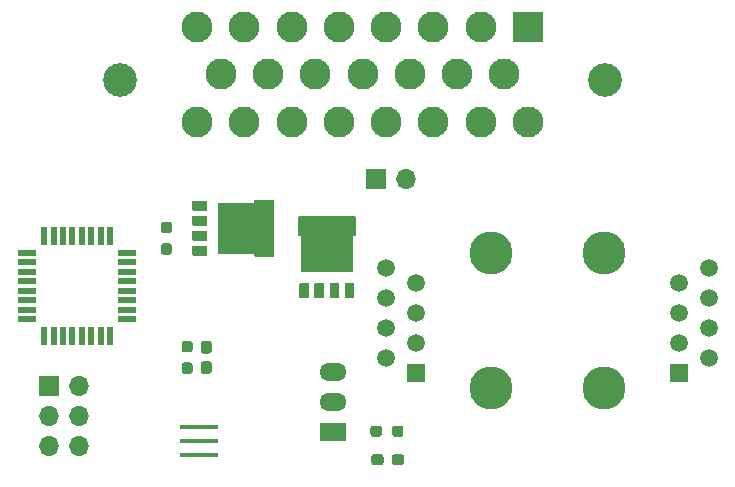
<source format=gbr>
%TF.GenerationSoftware,KiCad,Pcbnew,5.1.7-a382d34a8~88~ubuntu18.04.1*%
%TF.CreationDate,2021-02-25T09:30:43-05:00*%
%TF.ProjectId,DaqBoard,44617142-6f61-4726-942e-6b696361645f,rev?*%
%TF.SameCoordinates,Original*%
%TF.FileFunction,Soldermask,Top*%
%TF.FilePolarity,Negative*%
%FSLAX46Y46*%
G04 Gerber Fmt 4.6, Leading zero omitted, Abs format (unit mm)*
G04 Created by KiCad (PCBNEW 5.1.7-a382d34a8~88~ubuntu18.04.1) date 2021-02-25 09:30:43*
%MOMM*%
%LPD*%
G01*
G04 APERTURE LIST*
%ADD10R,1.600000X0.550000*%
%ADD11R,0.550000X1.600000*%
%ADD12C,1.500000*%
%ADD13R,1.500000X1.500000*%
%ADD14C,3.650000*%
%ADD15C,2.625000*%
%ADD16R,2.625000X2.625000*%
%ADD17C,2.850000*%
%ADD18R,3.200000X0.400000*%
%ADD19O,2.300000X1.500000*%
%ADD20R,2.300000X1.500000*%
%ADD21C,0.100000*%
%ADD22O,1.700000X1.700000*%
%ADD23R,1.700000X1.700000*%
G04 APERTURE END LIST*
D10*
%TO.C,U1*%
X122292000Y-92137000D03*
X122292000Y-92937000D03*
X122292000Y-93737000D03*
X122292000Y-94537000D03*
X122292000Y-95337000D03*
X122292000Y-96137000D03*
X122292000Y-96937000D03*
X122292000Y-97737000D03*
D11*
X120842000Y-99187000D03*
X120042000Y-99187000D03*
X119242000Y-99187000D03*
X118442000Y-99187000D03*
X117642000Y-99187000D03*
X116842000Y-99187000D03*
X116042000Y-99187000D03*
X115242000Y-99187000D03*
D10*
X113792000Y-97737000D03*
X113792000Y-96937000D03*
X113792000Y-96137000D03*
X113792000Y-95337000D03*
X113792000Y-94537000D03*
X113792000Y-93737000D03*
X113792000Y-92937000D03*
X113792000Y-92137000D03*
D11*
X115242000Y-90687000D03*
X116042000Y-90687000D03*
X116842000Y-90687000D03*
X117642000Y-90687000D03*
X118442000Y-90687000D03*
X119242000Y-90687000D03*
X120042000Y-90687000D03*
X120842000Y-90687000D03*
%TD*%
D12*
%TO.C,J4*%
X144208500Y-93408500D03*
X146748500Y-94678500D03*
X144208500Y-95948500D03*
X146748500Y-97218500D03*
X144208500Y-98488500D03*
X146748500Y-99758500D03*
X144208500Y-101028500D03*
D13*
X146748500Y-102298500D03*
D14*
X153098500Y-103568500D03*
X153098500Y-92138500D03*
%TD*%
%TO.C,R4*%
G36*
G01*
X127118100Y-101413500D02*
X127593100Y-101413500D01*
G75*
G02*
X127830600Y-101651000I0J-237500D01*
G01*
X127830600Y-102151000D01*
G75*
G02*
X127593100Y-102388500I-237500J0D01*
G01*
X127118100Y-102388500D01*
G75*
G02*
X126880600Y-102151000I0J237500D01*
G01*
X126880600Y-101651000D01*
G75*
G02*
X127118100Y-101413500I237500J0D01*
G01*
G37*
G36*
G01*
X127118100Y-99588500D02*
X127593100Y-99588500D01*
G75*
G02*
X127830600Y-99826000I0J-237500D01*
G01*
X127830600Y-100326000D01*
G75*
G02*
X127593100Y-100563500I-237500J0D01*
G01*
X127118100Y-100563500D01*
G75*
G02*
X126880600Y-100326000I0J237500D01*
G01*
X126880600Y-99826000D01*
G75*
G02*
X127118100Y-99588500I237500J0D01*
G01*
G37*
%TD*%
D15*
%TO.C,J5*%
X132210000Y-81025000D03*
X136210000Y-81025000D03*
X140210000Y-81025000D03*
X144210000Y-81025000D03*
X148210000Y-81025000D03*
X152210000Y-81025000D03*
X134210000Y-77025000D03*
X138210000Y-77025000D03*
X142210000Y-77025000D03*
X146210000Y-77025000D03*
X150210000Y-77025000D03*
X132210000Y-73025000D03*
X136210000Y-73025000D03*
X140210000Y-73025000D03*
X144210000Y-73025000D03*
X148210000Y-73025000D03*
X152210000Y-73025000D03*
X128210000Y-81025000D03*
X156210000Y-81025000D03*
X130210000Y-77025000D03*
X154210000Y-77025000D03*
X128210000Y-73025000D03*
D16*
X156210000Y-73025000D03*
D17*
X121710000Y-77525000D03*
X162710000Y-77525000D03*
%TD*%
D14*
%TO.C,J1*%
X162610800Y-92151200D03*
X162610800Y-103581200D03*
D13*
X168960800Y-102311200D03*
D12*
X171500800Y-101041200D03*
X168960800Y-99771200D03*
X171500800Y-98501200D03*
X168960800Y-97231200D03*
X171500800Y-95961200D03*
X168960800Y-94691200D03*
X171500800Y-93421200D03*
%TD*%
D18*
%TO.C,Y1*%
X128397000Y-109277000D03*
X128397000Y-108077000D03*
X128397000Y-106877000D03*
%TD*%
D19*
%TO.C,U2*%
X139700000Y-102235000D03*
X139700000Y-104775000D03*
D20*
X139700000Y-107315000D03*
%TD*%
%TO.C,R2*%
G36*
G01*
X143847000Y-107001300D02*
X143847000Y-107476300D01*
G75*
G02*
X143609500Y-107713800I-237500J0D01*
G01*
X143109500Y-107713800D01*
G75*
G02*
X142872000Y-107476300I0J237500D01*
G01*
X142872000Y-107001300D01*
G75*
G02*
X143109500Y-106763800I237500J0D01*
G01*
X143609500Y-106763800D01*
G75*
G02*
X143847000Y-107001300I0J-237500D01*
G01*
G37*
G36*
G01*
X145672000Y-107001300D02*
X145672000Y-107476300D01*
G75*
G02*
X145434500Y-107713800I-237500J0D01*
G01*
X144934500Y-107713800D01*
G75*
G02*
X144697000Y-107476300I0J237500D01*
G01*
X144697000Y-107001300D01*
G75*
G02*
X144934500Y-106763800I237500J0D01*
G01*
X145434500Y-106763800D01*
G75*
G02*
X145672000Y-107001300I0J-237500D01*
G01*
G37*
%TD*%
%TO.C,R1*%
G36*
G01*
X125840500Y-90483500D02*
X125365500Y-90483500D01*
G75*
G02*
X125128000Y-90246000I0J237500D01*
G01*
X125128000Y-89746000D01*
G75*
G02*
X125365500Y-89508500I237500J0D01*
G01*
X125840500Y-89508500D01*
G75*
G02*
X126078000Y-89746000I0J-237500D01*
G01*
X126078000Y-90246000D01*
G75*
G02*
X125840500Y-90483500I-237500J0D01*
G01*
G37*
G36*
G01*
X125840500Y-92308500D02*
X125365500Y-92308500D01*
G75*
G02*
X125128000Y-92071000I0J237500D01*
G01*
X125128000Y-91571000D01*
G75*
G02*
X125365500Y-91333500I237500J0D01*
G01*
X125840500Y-91333500D01*
G75*
G02*
X126078000Y-91571000I0J-237500D01*
G01*
X126078000Y-92071000D01*
G75*
G02*
X125840500Y-92308500I-237500J0D01*
G01*
G37*
%TD*%
D21*
%TO.C,Q2*%
G36*
X136773345Y-89086344D02*
G01*
X136777328Y-89073212D01*
X136783797Y-89061110D01*
X136792503Y-89050503D01*
X136803110Y-89041797D01*
X136815212Y-89035328D01*
X136828344Y-89031345D01*
X136842000Y-89030000D01*
X141542000Y-89030000D01*
X141555656Y-89031345D01*
X141568788Y-89035328D01*
X141580890Y-89041797D01*
X141591497Y-89050503D01*
X141600203Y-89061110D01*
X141606672Y-89073212D01*
X141610655Y-89086344D01*
X141612000Y-89100000D01*
X141612000Y-90650000D01*
X141610655Y-90663656D01*
X141606672Y-90676788D01*
X141600203Y-90688890D01*
X141591497Y-90699497D01*
X141580890Y-90708203D01*
X141568788Y-90714672D01*
X141555656Y-90718655D01*
X141542000Y-90720000D01*
X141362000Y-90720000D01*
X141362000Y-93725000D01*
X141360655Y-93738656D01*
X141356672Y-93751788D01*
X141350203Y-93763890D01*
X141341497Y-93774497D01*
X141330890Y-93783203D01*
X141318788Y-93789672D01*
X141305656Y-93793655D01*
X141292000Y-93795000D01*
X137092000Y-93795000D01*
X137078344Y-93793655D01*
X137065212Y-93789672D01*
X137053110Y-93783203D01*
X137042503Y-93774497D01*
X137033797Y-93763890D01*
X137027328Y-93751788D01*
X137023345Y-93738656D01*
X137022000Y-93725000D01*
X137022000Y-90720000D01*
X136842000Y-90720000D01*
X136828344Y-90718655D01*
X136815212Y-90714672D01*
X136803110Y-90708203D01*
X136792503Y-90699497D01*
X136783797Y-90688890D01*
X136777328Y-90676788D01*
X136773345Y-90663656D01*
X136772000Y-90650000D01*
X136772000Y-89100000D01*
X136773345Y-89086344D01*
G37*
G36*
G01*
X140682000Y-95920000D02*
X140682000Y-94770000D01*
G75*
G02*
X140752000Y-94700000I70000J0D01*
G01*
X141452000Y-94700000D01*
G75*
G02*
X141522000Y-94770000I0J-70000D01*
G01*
X141522000Y-95920000D01*
G75*
G02*
X141452000Y-95990000I-70000J0D01*
G01*
X140752000Y-95990000D01*
G75*
G02*
X140682000Y-95920000I0J70000D01*
G01*
G37*
G36*
G01*
X139412000Y-95920000D02*
X139412000Y-94770000D01*
G75*
G02*
X139482000Y-94700000I70000J0D01*
G01*
X140182000Y-94700000D01*
G75*
G02*
X140252000Y-94770000I0J-70000D01*
G01*
X140252000Y-95920000D01*
G75*
G02*
X140182000Y-95990000I-70000J0D01*
G01*
X139482000Y-95990000D01*
G75*
G02*
X139412000Y-95920000I0J70000D01*
G01*
G37*
G36*
G01*
X136862000Y-95920000D02*
X136862000Y-94770000D01*
G75*
G02*
X136932000Y-94700000I70000J0D01*
G01*
X137632000Y-94700000D01*
G75*
G02*
X137702000Y-94770000I0J-70000D01*
G01*
X137702000Y-95920000D01*
G75*
G02*
X137632000Y-95990000I-70000J0D01*
G01*
X136932000Y-95990000D01*
G75*
G02*
X136862000Y-95920000I0J70000D01*
G01*
G37*
G36*
G01*
X138132000Y-95920000D02*
X138132000Y-94770000D01*
G75*
G02*
X138202000Y-94700000I70000J0D01*
G01*
X138902000Y-94700000D01*
G75*
G02*
X138972000Y-94770000I0J-70000D01*
G01*
X138972000Y-95920000D01*
G75*
G02*
X138902000Y-95990000I-70000J0D01*
G01*
X138202000Y-95990000D01*
G75*
G02*
X138132000Y-95920000I0J70000D01*
G01*
G37*
%TD*%
%TO.C,Q1*%
G36*
X134687656Y-87624345D02*
G01*
X134700788Y-87628328D01*
X134712890Y-87634797D01*
X134723497Y-87643503D01*
X134732203Y-87654110D01*
X134738672Y-87666212D01*
X134742655Y-87679344D01*
X134744000Y-87693000D01*
X134744000Y-92393000D01*
X134742655Y-92406656D01*
X134738672Y-92419788D01*
X134732203Y-92431890D01*
X134723497Y-92442497D01*
X134712890Y-92451203D01*
X134700788Y-92457672D01*
X134687656Y-92461655D01*
X134674000Y-92463000D01*
X133124000Y-92463000D01*
X133110344Y-92461655D01*
X133097212Y-92457672D01*
X133085110Y-92451203D01*
X133074503Y-92442497D01*
X133065797Y-92431890D01*
X133059328Y-92419788D01*
X133055345Y-92406656D01*
X133054000Y-92393000D01*
X133054000Y-92213000D01*
X130049000Y-92213000D01*
X130035344Y-92211655D01*
X130022212Y-92207672D01*
X130010110Y-92201203D01*
X129999503Y-92192497D01*
X129990797Y-92181890D01*
X129984328Y-92169788D01*
X129980345Y-92156656D01*
X129979000Y-92143000D01*
X129979000Y-87943000D01*
X129980345Y-87929344D01*
X129984328Y-87916212D01*
X129990797Y-87904110D01*
X129999503Y-87893503D01*
X130010110Y-87884797D01*
X130022212Y-87878328D01*
X130035344Y-87874345D01*
X130049000Y-87873000D01*
X133054000Y-87873000D01*
X133054000Y-87693000D01*
X133055345Y-87679344D01*
X133059328Y-87666212D01*
X133065797Y-87654110D01*
X133074503Y-87643503D01*
X133085110Y-87634797D01*
X133097212Y-87628328D01*
X133110344Y-87624345D01*
X133124000Y-87623000D01*
X134674000Y-87623000D01*
X134687656Y-87624345D01*
G37*
G36*
G01*
X127854000Y-91533000D02*
X129004000Y-91533000D01*
G75*
G02*
X129074000Y-91603000I0J-70000D01*
G01*
X129074000Y-92303000D01*
G75*
G02*
X129004000Y-92373000I-70000J0D01*
G01*
X127854000Y-92373000D01*
G75*
G02*
X127784000Y-92303000I0J70000D01*
G01*
X127784000Y-91603000D01*
G75*
G02*
X127854000Y-91533000I70000J0D01*
G01*
G37*
G36*
G01*
X127854000Y-90263000D02*
X129004000Y-90263000D01*
G75*
G02*
X129074000Y-90333000I0J-70000D01*
G01*
X129074000Y-91033000D01*
G75*
G02*
X129004000Y-91103000I-70000J0D01*
G01*
X127854000Y-91103000D01*
G75*
G02*
X127784000Y-91033000I0J70000D01*
G01*
X127784000Y-90333000D01*
G75*
G02*
X127854000Y-90263000I70000J0D01*
G01*
G37*
G36*
G01*
X127854000Y-87713000D02*
X129004000Y-87713000D01*
G75*
G02*
X129074000Y-87783000I0J-70000D01*
G01*
X129074000Y-88483000D01*
G75*
G02*
X129004000Y-88553000I-70000J0D01*
G01*
X127854000Y-88553000D01*
G75*
G02*
X127784000Y-88483000I0J70000D01*
G01*
X127784000Y-87783000D01*
G75*
G02*
X127854000Y-87713000I70000J0D01*
G01*
G37*
G36*
G01*
X127854000Y-88983000D02*
X129004000Y-88983000D01*
G75*
G02*
X129074000Y-89053000I0J-70000D01*
G01*
X129074000Y-89753000D01*
G75*
G02*
X129004000Y-89823000I-70000J0D01*
G01*
X127854000Y-89823000D01*
G75*
G02*
X127784000Y-89753000I0J70000D01*
G01*
X127784000Y-89053000D01*
G75*
G02*
X127854000Y-88983000I70000J0D01*
G01*
G37*
%TD*%
D22*
%TO.C,J3*%
X118237000Y-108458000D03*
X115697000Y-108458000D03*
X118237000Y-105918000D03*
X115697000Y-105918000D03*
X118237000Y-103378000D03*
D23*
X115697000Y-103378000D03*
%TD*%
D22*
%TO.C,J2*%
X145923000Y-85852000D03*
D23*
X143383000Y-85852000D03*
%TD*%
%TO.C,D1*%
G36*
G01*
X144684200Y-109889300D02*
X144684200Y-109414300D01*
G75*
G02*
X144921700Y-109176800I237500J0D01*
G01*
X145496700Y-109176800D01*
G75*
G02*
X145734200Y-109414300I0J-237500D01*
G01*
X145734200Y-109889300D01*
G75*
G02*
X145496700Y-110126800I-237500J0D01*
G01*
X144921700Y-110126800D01*
G75*
G02*
X144684200Y-109889300I0J237500D01*
G01*
G37*
G36*
G01*
X142934200Y-109889300D02*
X142934200Y-109414300D01*
G75*
G02*
X143171700Y-109176800I237500J0D01*
G01*
X143746700Y-109176800D01*
G75*
G02*
X143984200Y-109414300I0J-237500D01*
G01*
X143984200Y-109889300D01*
G75*
G02*
X143746700Y-110126800I-237500J0D01*
G01*
X143171700Y-110126800D01*
G75*
G02*
X142934200Y-109889300I0J237500D01*
G01*
G37*
%TD*%
%TO.C,C5*%
G36*
G01*
X128743700Y-101316500D02*
X129218700Y-101316500D01*
G75*
G02*
X129456200Y-101554000I0J-237500D01*
G01*
X129456200Y-102154000D01*
G75*
G02*
X129218700Y-102391500I-237500J0D01*
G01*
X128743700Y-102391500D01*
G75*
G02*
X128506200Y-102154000I0J237500D01*
G01*
X128506200Y-101554000D01*
G75*
G02*
X128743700Y-101316500I237500J0D01*
G01*
G37*
G36*
G01*
X128743700Y-99591500D02*
X129218700Y-99591500D01*
G75*
G02*
X129456200Y-99829000I0J-237500D01*
G01*
X129456200Y-100429000D01*
G75*
G02*
X129218700Y-100666500I-237500J0D01*
G01*
X128743700Y-100666500D01*
G75*
G02*
X128506200Y-100429000I0J237500D01*
G01*
X128506200Y-99829000D01*
G75*
G02*
X128743700Y-99591500I237500J0D01*
G01*
G37*
%TD*%
M02*

</source>
